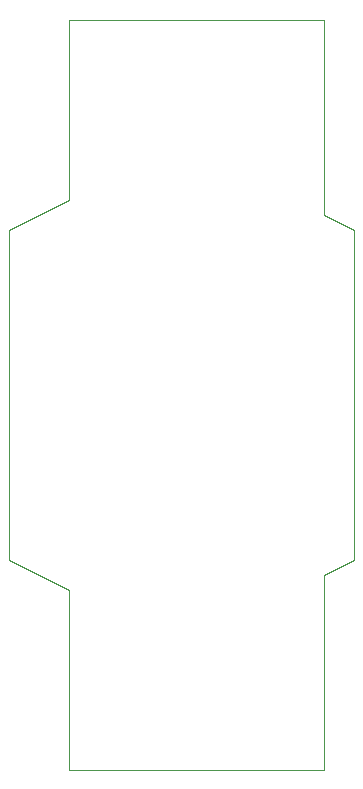
<source format=gm1>
G04 #@! TF.GenerationSoftware,KiCad,Pcbnew,(5.99.0-434-g6ad8b170c)*
G04 #@! TF.CreationDate,2019-12-25T22:45:19+01:00*
G04 #@! TF.ProjectId,DeniseAdapter,44656e69-7365-4416-9461-707465722e6b,rev?*
G04 #@! TF.SameCoordinates,Original*
G04 #@! TF.FileFunction,Profile,NP*
%FSLAX46Y46*%
G04 Gerber Fmt 4.6, Leading zero omitted, Abs format (unit mm)*
G04 Created by KiCad (PCBNEW (5.99.0-434-g6ad8b170c)) date 2019-12-25 22:45:19*
%MOMM*%
%LPD*%
G04 APERTURE LIST*
%ADD10C,0.100000*%
G04 APERTURE END LIST*
D10*
X48260000Y-27940000D02*
X48260000Y-44450000D01*
X26670000Y-27940000D02*
X48260000Y-27940000D01*
X26670000Y-43180000D02*
X26670000Y-27940000D01*
X21590000Y-45720000D02*
X26670000Y-43180000D01*
X21590000Y-73660000D02*
X21590000Y-45720000D01*
X26670000Y-76200000D02*
X21590000Y-73660000D01*
X26670000Y-91440000D02*
X26670000Y-76200000D01*
X48260000Y-91440000D02*
X26670000Y-91440000D01*
X48260000Y-74930000D02*
X48260000Y-91440000D01*
X50800000Y-73660000D02*
X48260000Y-74930000D01*
X50800000Y-45720000D02*
X50800000Y-73660000D01*
X48260000Y-44450000D02*
X50800000Y-45720000D01*
M02*

</source>
